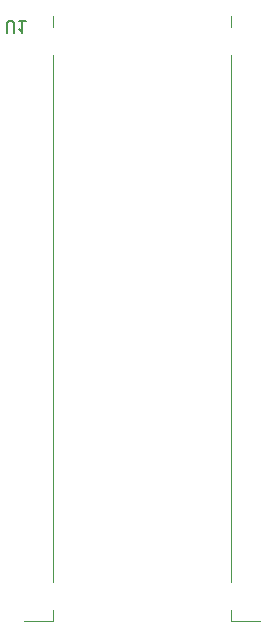
<source format=gbr>
%TF.GenerationSoftware,KiCad,Pcbnew,8.0.4*%
%TF.CreationDate,2024-09-29T18:22:28-03:00*%
%TF.ProjectId,pim,70696d2e-6b69-4636-9164-5f7063625858,rev?*%
%TF.SameCoordinates,Original*%
%TF.FileFunction,Legend,Bot*%
%TF.FilePolarity,Positive*%
%FSLAX46Y46*%
G04 Gerber Fmt 4.6, Leading zero omitted, Abs format (unit mm)*
G04 Created by KiCad (PCBNEW 8.0.4) date 2024-09-29 18:22:28*
%MOMM*%
%LPD*%
G01*
G04 APERTURE LIST*
%ADD10C,0.150000*%
%ADD11C,0.120000*%
G04 APERTURE END LIST*
D10*
X62503279Y-23938680D02*
X62503279Y-23129157D01*
X62503279Y-23129157D02*
X62550898Y-23033919D01*
X62550898Y-23033919D02*
X62598517Y-22986300D01*
X62598517Y-22986300D02*
X62693755Y-22938680D01*
X62693755Y-22938680D02*
X62884231Y-22938680D01*
X62884231Y-22938680D02*
X62979469Y-22986300D01*
X62979469Y-22986300D02*
X63027088Y-23033919D01*
X63027088Y-23033919D02*
X63074707Y-23129157D01*
X63074707Y-23129157D02*
X63074707Y-23938680D01*
X64074707Y-22938680D02*
X63503279Y-22938680D01*
X63788993Y-22938680D02*
X63788993Y-23938680D01*
X63788993Y-23938680D02*
X63693755Y-23795823D01*
X63693755Y-23795823D02*
X63598517Y-23700585D01*
X63598517Y-23700585D02*
X63503279Y-23652966D01*
D11*
%TO.C,U1*%
X66404000Y-22548500D02*
X66404000Y-23462020D01*
X66404000Y-25854980D02*
X66404000Y-70462020D01*
X66404000Y-72854980D02*
X66404000Y-73768500D01*
X66404000Y-73768500D02*
X63914000Y-73768500D01*
X81424000Y-22548500D02*
X81424000Y-23462020D01*
X81424000Y-25854980D02*
X81424000Y-70462020D01*
X81424000Y-72854980D02*
X81424000Y-73768500D01*
X81424000Y-73768500D02*
X83914000Y-73768500D01*
%TD*%
M02*

</source>
